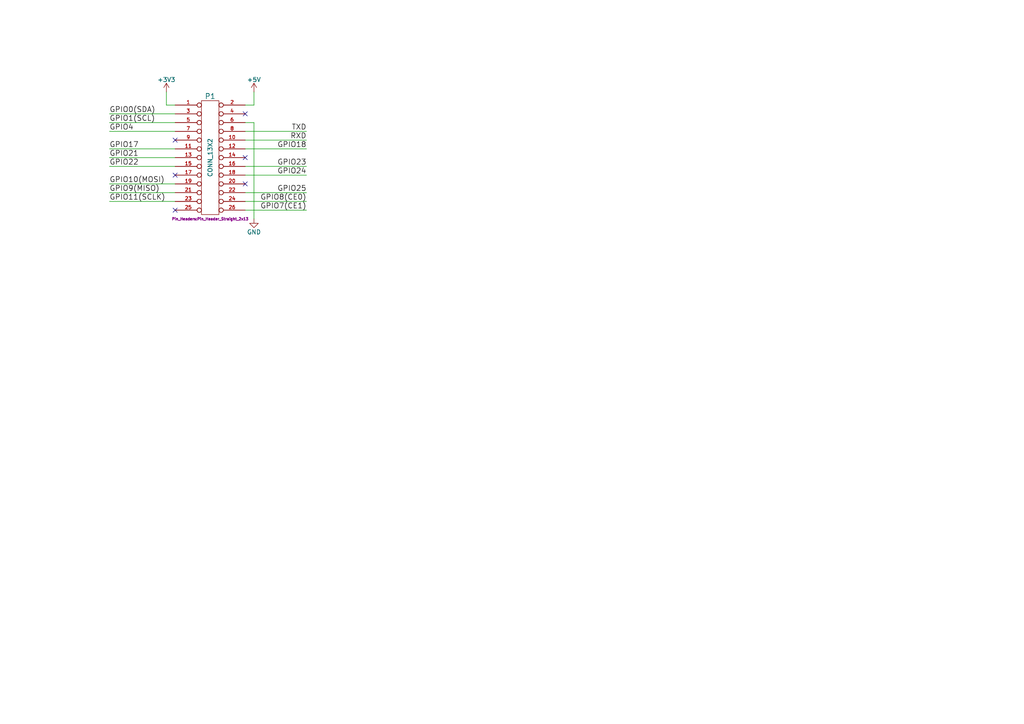
<source format=kicad_sch>
(kicad_sch (version 20230121) (generator eeschema)
  (paper "A4")
  (title_block (date "15 nov 2012"))
  (lib_symbols
    (symbol "raspberrypi-gpio-rescue:+3.3V" (power) (pin_names (offset 0))
      (property "Value" "+3.3V" (at 0 3.556 0))
      (symbol "+3.3V_0_1"
        (polyline (pts (xy -0.762 1.27) (xy 0 2.54)))
        (polyline (pts (xy 0 0) (xy 0 2.54)))
        (polyline (pts (xy 0 2.54) (xy 0.762 1.27)))
      )
      (symbol "+3.3V_1_1"
        (pin power_in line (at 0 0 90) (length 0) hide (name "+3V3") (number "1"))
      )
    )
    (symbol "raspberrypi-gpio-rescue:+5V" (power) (pin_names (offset 0))
      (property "Value" "+5V" (at 0 3.556 0))
      (symbol "+5V_0_1"
        (polyline (pts (xy -0.762 1.27) (xy 0 2.54)))
        (polyline (pts (xy 0 0) (xy 0 2.54)))
        (polyline (pts (xy 0 2.54) (xy 0.762 1.27)))
      )
      (symbol "+5V_1_1"
        (pin power_in line (at 0 0 90) (length 0) hide (name "+5V") (number "1"))
      )
    )
    (symbol "raspberrypi-gpio-rescue:CONN_13X2" (pin_names (offset 0.254) hide)
      (property "Reference" "P" (at 0 17.78 0))
      (property "Value" "CONN_13X2" (at 0 0 90))
      (symbol "CONN_13X2_0_1"
        (rectangle (start -2.54 16.51) (end 2.54 -16.51))
      )
      (symbol "CONN_13X2_1_1"
        (pin passive inverted (at -10.16 15.24 0) (length 7.62) (name "P1") (number "1"))
        (pin passive inverted (at 10.16 5.08 180) (length 7.62) (name "P10") (number "10"))
        (pin passive inverted (at -10.16 2.54 0) (length 7.62) (name "P11") (number "11"))
        (pin passive inverted (at 10.16 2.54 180) (length 7.62) (name "P12") (number "12"))
        (pin passive inverted (at -10.16 0 0) (length 7.62) (name "P13") (number "13"))
        (pin passive inverted (at 10.16 0 180) (length 7.62) (name "P14") (number "14"))
        (pin passive inverted (at -10.16 -2.54 0) (length 7.62) (name "P15") (number "15"))
        (pin passive inverted (at 10.16 -2.54 180) (length 7.62) (name "P16") (number "16"))
        (pin passive inverted (at -10.16 -5.08 0) (length 7.62) (name "P17") (number "17"))
        (pin passive inverted (at 10.16 -5.08 180) (length 7.62) (name "P18") (number "18"))
        (pin passive inverted (at -10.16 -7.62 0) (length 7.62) (name "P19") (number "19"))
        (pin passive inverted (at 10.16 15.24 180) (length 7.62) (name "P2") (number "2"))
        (pin passive inverted (at 10.16 -7.62 180) (length 7.62) (name "P20") (number "20"))
        (pin passive inverted (at -10.16 -10.16 0) (length 7.62) (name "P21") (number "21"))
        (pin passive inverted (at 10.16 -10.16 180) (length 7.62) (name "P22") (number "22"))
        (pin passive inverted (at -10.16 -12.7 0) (length 7.62) (name "P23") (number "23"))
        (pin passive inverted (at 10.16 -12.7 180) (length 7.62) (name "P20") (number "24"))
        (pin passive inverted (at -10.16 -15.24 0) (length 7.62) (name "P24") (number "25"))
        (pin passive inverted (at 10.16 -15.24 180) (length 7.62) (name "P22") (number "26"))
        (pin passive inverted (at -10.16 12.7 0) (length 7.62) (name "P3") (number "3"))
        (pin passive inverted (at 10.16 12.7 180) (length 7.62) (name "P4") (number "4"))
        (pin passive inverted (at -10.16 10.16 0) (length 7.62) (name "P5") (number "5"))
        (pin passive inverted (at 10.16 10.16 180) (length 7.62) (name "P6") (number "6"))
        (pin passive inverted (at -10.16 7.62 0) (length 7.62) (name "P7") (number "7"))
        (pin passive inverted (at 10.16 7.62 180) (length 7.62) (name "P8") (number "8"))
        (pin passive inverted (at -10.16 5.08 0) (length 7.62) (name "P9") (number "9"))
      )
    )
    (symbol "raspberrypi-gpio-rescue:GND" (power) (pin_names (offset 0))
      (property "Value" "GND" (at 0 -3.81 0))
      (symbol "GND_0_1"
        (polyline (pts (xy 0 0) (xy 0 -1.27) (xy 1.27 -1.27) (xy 0 -2.54) (xy -1.27 -1.27) (xy 0 -1.27)))
      )
      (symbol "GND_1_1"
        (pin power_in line (at 0 0 270) (length 0) hide (name "GND") (number "1"))
      )
    )
  )
  (no_connect (at 50.8 50.8))
  (no_connect (at 50.8 40.64))
  (no_connect (at 71.12 53.34))
  (no_connect (at 50.8 60.96))
  (no_connect (at 71.12 45.72))
  (no_connect (at 71.12 33.02))
  (wire (pts (xy 71.12 38.1) (xy 88.9 38.1)))
  (wire (pts (xy 73.66 63.5) (xy 73.66 35.56)))
  (wire (pts (xy 73.66 26.67) (xy 73.66 30.48)))
  (wire (pts (xy 50.8 58.42) (xy 31.75 58.42)))
  (wire (pts (xy 71.12 40.64) (xy 88.9 40.64)))
  (wire (pts (xy 50.8 38.1) (xy 31.75 38.1)))
  (wire (pts (xy 73.66 35.56) (xy 71.12 35.56)))
  (wire (pts (xy 71.12 48.26) (xy 88.9 48.26)))
  (wire (pts (xy 48.26 30.48) (xy 50.8 30.48)))
  (wire (pts (xy 48.26 26.67) (xy 48.26 30.48)))
  (wire (pts (xy 50.8 33.02) (xy 31.75 33.02)))
  (wire (pts (xy 71.12 43.18) (xy 88.9 43.18)))
  (wire (pts (xy 71.12 55.88) (xy 88.9 55.88)))
  (wire (pts (xy 50.8 53.34) (xy 31.75 53.34)))
  (wire (pts (xy 50.8 48.26) (xy 31.75 48.26)))
  (wire (pts (xy 71.12 58.42) (xy 88.9 58.42)))
  (wire (pts (xy 71.12 50.8) (xy 88.9 50.8)))
  (wire (pts (xy 50.8 35.56) (xy 31.75 35.56)))
  (wire (pts (xy 50.8 45.72) (xy 31.75 45.72)))
  (wire (pts (xy 71.12 60.96) (xy 88.9 60.96)))
  (wire (pts (xy 50.8 55.88) (xy 31.75 55.88)))
  (wire (pts (xy 50.8 43.18) (xy 31.75 43.18)))
  (wire (pts (xy 73.66 30.48) (xy 71.12 30.48)))
  (label "GPIO23" (at 88.9 48.26 180) (effects (font (size 1.524 1.524))))
  (label "GPIO1(SCL)" (at 31.75 35.56 0) (effects (font (size 1.524 1.524))))
  (label "GPIO17" (at 31.75 43.18 0) (effects (font (size 1.524 1.524))))
  (label "TXD" (at 88.9 38.1 180) (effects (font (size 1.524 1.524))))
  (label "GPIO21" (at 31.75 45.72 0) (effects (font (size 1.524 1.524))))
  (label "GPIO22" (at 31.75 48.26 0) (effects (font (size 1.524 1.524))))
  (label "GPIO0(SDA)" (at 31.75 33.02 0) (effects (font (size 1.524 1.524))))
  (label "GPIO24" (at 88.9 50.8 180) (effects (font (size 1.524 1.524))))
  (label "RXD" (at 88.9 40.64 180) (effects (font (size 1.524 1.524))))
  (label "GPIO4" (at 31.75 38.1 0) (effects (font (size 1.524 1.524))))
  (label "GPIO18" (at 88.9 43.18 180) (effects (font (size 1.524 1.524))))
  (label "GPIO7(CE1)" (at 88.9 60.96 180) (effects (font (size 1.524 1.524))))
  (label "GPIO11(SCLK)" (at 31.75 58.42 0) (effects (font (size 1.524 1.524))))
  (label "GPIO10(MOSI)" (at 31.75 53.34 0) (effects (font (size 1.524 1.524))))
  (label "GPIO8(CE0)" (at 88.9 58.42 180) (effects (font (size 1.524 1.524))))
  (label "GPIO9(MISO)" (at 31.75 55.88 0) (effects (font (size 1.524 1.524))))
  (label "GPIO25" (at 88.9 55.88 180) (effects (font (size 1.524 1.524))))
  (symbol (lib_id "raspberrypi-gpio-rescue:CONN_13X2") (at 60.96 45.72 0) (unit 1)
    (property "Reference" "P1" (at 60.96 27.94 0) (effects (font (size 1.524 1.524))))
    (property "Value" "CONN_13X2" (at 60.96 45.72 90))
    (property "Footprint" "Pin_Headers:Pin_Header_Straight_2x13" (at 60.96 63.5 0) (effects (font (size 0.762 0.762))))
  )
  (symbol (lib_id "raspberrypi-gpio-rescue:+3.3V") (at 48.26 26.67 0) (unit 1)
    (property "Reference" "#PWR01" (effects hide))
    (property "Value" "+3.3V" (at 48.26 23.114 0))
  )
  (symbol (lib_id "raspberrypi-gpio-rescue:+5V") (at 73.66 26.67 0) (unit 1)
    (property "Reference" "#PWR02" (effects hide))
    (property "Value" "+5V" (at 73.66 23.114 0))
  )
  (symbol (lib_id "raspberrypi-gpio-rescue:GND") (at 73.66 63.5 0) (unit 1)
    (property "Reference" "#PWR03" (effects hide))
    (property "Value" "GND" (at 73.66 67.31 0))
  )
)
</source>
